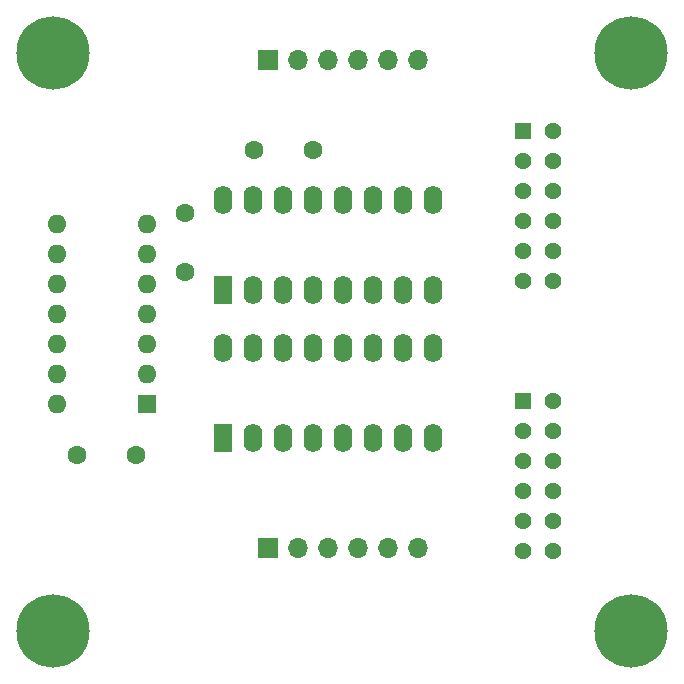
<source format=gbr>
%TF.GenerationSoftware,KiCad,Pcbnew,8.0.6*%
%TF.CreationDate,2024-10-19T21:44:56+02:00*%
%TF.ProjectId,595-PM-EXT,3539352d-504d-42d4-9558-542e6b696361,rev?*%
%TF.SameCoordinates,Original*%
%TF.FileFunction,Soldermask,Bot*%
%TF.FilePolarity,Negative*%
%FSLAX46Y46*%
G04 Gerber Fmt 4.6, Leading zero omitted, Abs format (unit mm)*
G04 Created by KiCad (PCBNEW 8.0.6) date 2024-10-19 21:44:56*
%MOMM*%
%LPD*%
G01*
G04 APERTURE LIST*
%ADD10C,1.600000*%
%ADD11C,6.200000*%
%ADD12R,1.600000X2.400000*%
%ADD13O,1.600000X2.400000*%
%ADD14R,1.600000X1.600000*%
%ADD15O,1.600000X1.600000*%
%ADD16R,1.700000X1.700000*%
%ADD17O,1.700000X1.700000*%
%ADD18R,1.431000X1.431000*%
%ADD19C,1.431000*%
G04 APERTURE END LIST*
D10*
%TO.C,C1*%
X120300000Y-61300000D03*
X125300000Y-61300000D03*
%TD*%
D11*
%TO.C,*%
X103300000Y-53040000D03*
%TD*%
D12*
%TO.C,U1*%
X117725000Y-73125000D03*
D13*
X120265000Y-73125000D03*
X122805000Y-73125000D03*
X125345000Y-73125000D03*
X127885000Y-73125000D03*
X130425000Y-73125000D03*
X132965000Y-73125000D03*
X135505000Y-73125000D03*
X135505000Y-65505000D03*
X132965000Y-65505000D03*
X130425000Y-65505000D03*
X127885000Y-65505000D03*
X125345000Y-65505000D03*
X122805000Y-65505000D03*
X120265000Y-65505000D03*
X117725000Y-65505000D03*
%TD*%
D14*
%TO.C,U3*%
X111300000Y-82780000D03*
D15*
X111300000Y-80240000D03*
X111300000Y-77700000D03*
X111300000Y-75160000D03*
X111300000Y-72620000D03*
X111300000Y-70080000D03*
X111300000Y-67540000D03*
X103680000Y-67540000D03*
X103680000Y-70080000D03*
X103680000Y-72620000D03*
X103680000Y-75160000D03*
X103680000Y-77700000D03*
X103680000Y-80240000D03*
X103680000Y-82780000D03*
%TD*%
D16*
%TO.C,J4*%
X121470000Y-95000000D03*
D17*
X124010000Y-95000000D03*
X126550000Y-95000000D03*
X129090000Y-95000000D03*
X131630000Y-95000000D03*
X134170000Y-95000000D03*
%TD*%
D10*
%TO.C,C3*%
X105300000Y-87100000D03*
X110300000Y-87100000D03*
%TD*%
D11*
%TO.C,*%
X152260000Y-53040000D03*
%TD*%
D10*
%TO.C,C2*%
X114500000Y-71600000D03*
X114500000Y-66600000D03*
%TD*%
D16*
%TO.C,J3*%
X121470000Y-53680000D03*
D17*
X124010000Y-53680000D03*
X126550000Y-53680000D03*
X129090000Y-53680000D03*
X131630000Y-53680000D03*
X134170000Y-53680000D03*
%TD*%
D11*
%TO.C,*%
X152260000Y-102000000D03*
%TD*%
D18*
%TO.C,J2*%
X143080000Y-82500000D03*
D19*
X143080000Y-85040000D03*
X143080000Y-87580000D03*
X143080000Y-90120000D03*
X143080000Y-92660000D03*
X143080000Y-95200000D03*
X145620000Y-82500000D03*
X145620000Y-85040000D03*
X145620000Y-87580000D03*
X145620000Y-90120000D03*
X145620000Y-92660000D03*
X145620000Y-95200000D03*
%TD*%
D12*
%TO.C,U2*%
X117720000Y-85620000D03*
D13*
X120260000Y-85620000D03*
X122800000Y-85620000D03*
X125340000Y-85620000D03*
X127880000Y-85620000D03*
X130420000Y-85620000D03*
X132960000Y-85620000D03*
X135500000Y-85620000D03*
X135500000Y-78000000D03*
X132960000Y-78000000D03*
X130420000Y-78000000D03*
X127880000Y-78000000D03*
X125340000Y-78000000D03*
X122800000Y-78000000D03*
X120260000Y-78000000D03*
X117720000Y-78000000D03*
%TD*%
D11*
%TO.C,*%
X103300000Y-102000000D03*
%TD*%
D18*
%TO.C,J1*%
X143080000Y-59640000D03*
D19*
X143080000Y-62180000D03*
X143080000Y-64720000D03*
X143080000Y-67260000D03*
X143080000Y-69800000D03*
X143080000Y-72340000D03*
X145620000Y-59640000D03*
X145620000Y-62180000D03*
X145620000Y-64720000D03*
X145620000Y-67260000D03*
X145620000Y-69800000D03*
X145620000Y-72340000D03*
%TD*%
M02*

</source>
